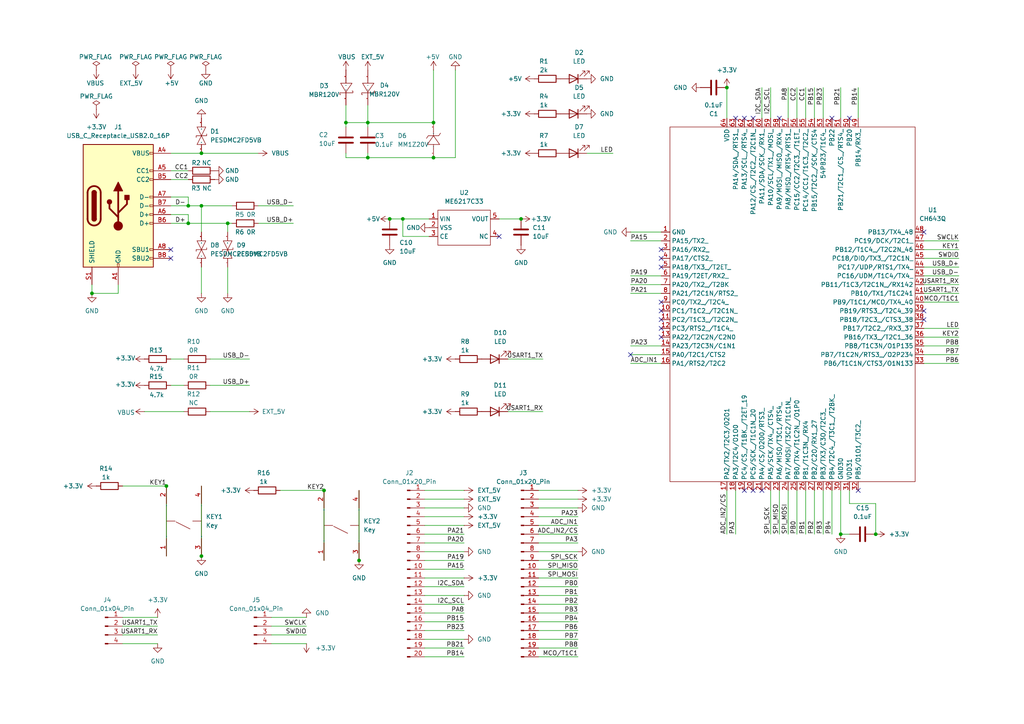
<source format=kicad_sch>
(kicad_sch (version 20250114) (generator "eeschema") (generator_version "9.0")
  (paper "A4")
  (junction (at 104.14 162.56))
  (junction (at 151.13 63.5))
  (junction (at 48.26 140.97))
  (junction (at 116.84 63.5))
  (junction (at 106.68 45.72))
  (junction (at 58.42 44.45))
  (junction (at 54.61 64.77))
  (junction (at 106.68 35.56))
  (junction (at 125.73 35.56))
  (junction (at 243.84 154.94))
  (junction (at 54.61 59.69))
  (junction (at 125.73 45.72))
  (junction (at 26.67 85.09))
  (junction (at 93.98 142.24))
  (junction (at 100.33 35.56))
  (junction (at 58.42 59.69))
  (junction (at 210.82 25.4))
  (junction (at 66.04 64.77))
  (junction (at 58.42 161.29))
  (junction (at 113.03 63.5))
  (junction (at 254 154.94))
  (no_connect (at 226.06 34.29))
  (no_connect (at 267.97 90.17))
  (no_connect (at 246.38 34.29))
  (no_connect (at 49.53 72.39))
  (no_connect (at 144.78 68.58))
  (no_connect (at 220.98 142.24))
  (no_connect (at 191.77 92.71))
  (no_connect (at 248.92 142.24))
  (no_connect (at 215.9 142.24))
  (no_connect (at 218.44 34.29))
  (no_connect (at 191.77 95.25))
  (no_connect (at 267.97 92.71))
  (no_connect (at 191.77 87.63))
  (no_connect (at 215.9 34.29))
  (no_connect (at 267.97 67.31))
  (no_connect (at 191.77 90.17))
  (no_connect (at 218.44 142.24))
  (no_connect (at 191.77 77.47))
  (no_connect (at 241.3 34.29))
  (no_connect (at 49.53 74.93))
  (no_connect (at 191.77 74.93))
  (no_connect (at 213.36 34.29))
  (no_connect (at 191.77 72.39))
  (no_connect (at 182.88 102.87))
  (no_connect (at 191.77 97.79))
  (wire (pts (xy 123.19 180.34) (xy 134.62 180.34)))
  (wire (pts (xy 243.84 154.94) (xy 246.38 154.94)))
  (wire (pts (xy 156.21 149.86) (xy 167.64 149.86)))
  (wire (pts (xy 60.96 104.14) (xy 72.39 104.14)))
  (wire (pts (xy 45.72 181.61) (xy 35.56 181.61)))
  (wire (pts (xy 58.42 77.47) (xy 58.42 85.09)))
  (wire (pts (xy 220.98 25.4) (xy 220.98 34.29)))
  (wire (pts (xy 267.97 100.33) (xy 278.13 100.33)))
  (wire (pts (xy 60.96 111.76) (xy 72.39 111.76)))
  (wire (pts (xy 278.13 87.63) (xy 267.97 87.63)))
  (wire (pts (xy 182.88 85.09) (xy 191.77 85.09)))
  (wire (pts (xy 156.21 182.88) (xy 167.64 182.88)))
  (wire (pts (xy 106.68 45.72) (xy 125.73 45.72)))
  (wire (pts (xy 182.88 105.41) (xy 191.77 105.41)))
  (wire (pts (xy 123.19 152.4) (xy 134.62 152.4)))
  (wire (pts (xy 226.06 142.24) (xy 226.06 154.94)))
  (wire (pts (xy 147.32 119.38) (xy 157.48 119.38)))
  (wire (pts (xy 278.13 85.09) (xy 267.97 85.09)))
  (wire (pts (xy 267.97 77.47) (xy 278.13 77.47)))
  (wire (pts (xy 167.64 147.32) (xy 156.21 147.32)))
  (wire (pts (xy 182.88 80.01) (xy 191.77 80.01)))
  (wire (pts (xy 267.97 80.01) (xy 278.13 80.01)))
  (wire (pts (xy 238.76 142.24) (xy 238.76 154.94)))
  (wire (pts (xy 123.19 154.94) (xy 134.62 154.94)))
  (wire (pts (xy 132.08 20.32) (xy 132.08 45.72)))
  (wire (pts (xy 123.19 187.96) (xy 134.62 187.96)))
  (wire (pts (xy 116.84 68.58) (xy 116.84 63.5)))
  (wire (pts (xy 58.42 59.69) (xy 58.42 67.31)))
  (wire (pts (xy 238.76 25.4) (xy 238.76 34.29)))
  (wire (pts (xy 123.19 165.1) (xy 134.62 165.1)))
  (wire (pts (xy 228.6 25.4) (xy 228.6 34.29)))
  (wire (pts (xy 106.68 35.56) (xy 100.33 35.56)))
  (wire (pts (xy 210.82 25.4) (xy 210.82 34.29)))
  (wire (pts (xy 134.62 147.32) (xy 123.19 147.32)))
  (wire (pts (xy 236.22 142.24) (xy 236.22 154.94)))
  (wire (pts (xy 100.33 35.56) (xy 100.33 36.83)))
  (wire (pts (xy 125.73 20.32) (xy 125.73 35.56)))
  (wire (pts (xy 267.97 97.79) (xy 278.13 97.79)))
  (wire (pts (xy 66.04 64.77) (xy 66.04 67.31)))
  (wire (pts (xy 49.53 59.69) (xy 54.61 59.69)))
  (wire (pts (xy 231.14 142.24) (xy 231.14 154.94)))
  (wire (pts (xy 243.84 25.4) (xy 243.84 34.29)))
  (wire (pts (xy 123.19 144.78) (xy 134.62 144.78)))
  (wire (pts (xy 156.21 165.1) (xy 167.64 165.1)))
  (wire (pts (xy 170.18 44.45) (xy 177.8 44.45)))
  (wire (pts (xy 54.61 62.23) (xy 54.61 64.77)))
  (wire (pts (xy 233.68 142.24) (xy 233.68 154.94)))
  (wire (pts (xy 35.56 179.07) (xy 45.72 179.07)))
  (wire (pts (xy 156.21 175.26) (xy 167.64 175.26)))
  (wire (pts (xy 123.19 170.18) (xy 134.62 170.18)))
  (wire (pts (xy 254 154.94) (xy 254 146.05)))
  (wire (pts (xy 156.21 167.64) (xy 167.64 167.64)))
  (wire (pts (xy 123.19 142.24) (xy 134.62 142.24)))
  (wire (pts (xy 156.21 157.48) (xy 167.64 157.48)))
  (wire (pts (xy 167.64 172.72) (xy 156.21 172.72)))
  (wire (pts (xy 78.74 179.07) (xy 88.9 179.07)))
  (wire (pts (xy 254 146.05) (xy 246.38 146.05)))
  (wire (pts (xy 26.67 85.09) (xy 34.29 85.09)))
  (wire (pts (xy 35.56 140.97) (xy 48.26 140.97)))
  (wire (pts (xy 60.96 119.38) (xy 72.39 119.38)))
  (wire (pts (xy 182.88 67.31) (xy 191.77 67.31)))
  (wire (pts (xy 123.19 157.48) (xy 134.62 157.48)))
  (wire (pts (xy 278.13 82.55) (xy 267.97 82.55)))
  (wire (pts (xy 116.84 68.58) (xy 124.46 68.58)))
  (wire (pts (xy 156.21 144.78) (xy 167.64 144.78)))
  (wire (pts (xy 100.33 44.45) (xy 100.33 45.72)))
  (wire (pts (xy 104.14 142.24) (xy 104.14 162.56)))
  (wire (pts (xy 49.53 52.07) (xy 54.61 52.07)))
  (wire (pts (xy 116.84 63.5) (xy 124.46 63.5)))
  (wire (pts (xy 167.64 160.02) (xy 156.21 160.02)))
  (wire (pts (xy 123.19 190.5) (xy 134.62 190.5)))
  (wire (pts (xy 35.56 186.69) (xy 45.72 186.69)))
  (wire (pts (xy 144.78 63.5) (xy 151.13 63.5)))
  (wire (pts (xy 49.53 49.53) (xy 54.61 49.53)))
  (wire (pts (xy 156.21 154.94) (xy 167.64 154.94)))
  (wire (pts (xy 41.91 119.38) (xy 53.34 119.38)))
  (wire (pts (xy 45.72 184.15) (xy 35.56 184.15)))
  (wire (pts (xy 123.19 167.64) (xy 134.62 167.64)))
  (wire (pts (xy 106.68 30.48) (xy 106.68 35.56)))
  (wire (pts (xy 156.21 185.42) (xy 167.64 185.42)))
  (wire (pts (xy 156.21 170.18) (xy 167.64 170.18)))
  (wire (pts (xy 241.3 142.24) (xy 241.3 154.94)))
  (wire (pts (xy 123.19 175.26) (xy 134.62 175.26)))
  (wire (pts (xy 26.67 85.09) (xy 26.67 82.55)))
  (wire (pts (xy 123.19 162.56) (xy 134.62 162.56)))
  (wire (pts (xy 106.68 35.56) (xy 106.68 36.83)))
  (wire (pts (xy 156.21 177.8) (xy 167.64 177.8)))
  (wire (pts (xy 106.68 35.56) (xy 125.73 35.56)))
  (wire (pts (xy 248.92 25.4) (xy 248.92 34.29)))
  (wire (pts (xy 123.19 177.8) (xy 134.62 177.8)))
  (wire (pts (xy 246.38 146.05) (xy 246.38 142.24)))
  (wire (pts (xy 123.19 182.88) (xy 134.62 182.88)))
  (wire (pts (xy 182.88 102.87) (xy 191.77 102.87)))
  (wire (pts (xy 49.53 64.77) (xy 54.61 64.77)))
  (wire (pts (xy 156.21 152.4) (xy 167.64 152.4)))
  (wire (pts (xy 182.88 82.55) (xy 191.77 82.55)))
  (wire (pts (xy 267.97 105.41) (xy 278.13 105.41)))
  (wire (pts (xy 93.98 142.24) (xy 93.98 162.56)))
  (wire (pts (xy 231.14 25.4) (xy 231.14 34.29)))
  (wire (pts (xy 223.52 25.4) (xy 223.52 34.29)))
  (wire (pts (xy 223.52 142.24) (xy 223.52 154.94)))
  (wire (pts (xy 213.36 142.24) (xy 213.36 154.94)))
  (wire (pts (xy 233.68 25.4) (xy 233.68 34.29)))
  (wire (pts (xy 132.08 45.72) (xy 125.73 45.72)))
  (wire (pts (xy 156.21 190.5) (xy 167.64 190.5)))
  (wire (pts (xy 134.62 185.42) (xy 123.19 185.42)))
  (wire (pts (xy 67.31 64.77) (xy 66.04 64.77)))
  (wire (pts (xy 66.04 77.47) (xy 66.04 85.09)))
  (wire (pts (xy 182.88 100.33) (xy 191.77 100.33)))
  (wire (pts (xy 228.6 142.24) (xy 228.6 154.94)))
  (wire (pts (xy 48.26 140.97) (xy 48.26 161.29)))
  (wire (pts (xy 156.21 162.56) (xy 167.64 162.56)))
  (wire (pts (xy 113.03 63.5) (xy 116.84 63.5)))
  (wire (pts (xy 147.32 104.14) (xy 157.48 104.14)))
  (wire (pts (xy 100.33 45.72) (xy 106.68 45.72)))
  (wire (pts (xy 78.74 186.69) (xy 88.9 186.69)))
  (wire (pts (xy 267.97 69.85) (xy 278.13 69.85)))
  (wire (pts (xy 210.82 142.24) (xy 210.82 154.94)))
  (wire (pts (xy 156.21 187.96) (xy 167.64 187.96)))
  (wire (pts (xy 49.53 57.15) (xy 54.61 57.15)))
  (wire (pts (xy 54.61 57.15) (xy 54.61 59.69)))
  (wire (pts (xy 243.84 142.24) (xy 243.84 154.94)))
  (wire (pts (xy 74.93 59.69) (xy 85.09 59.69)))
  (wire (pts (xy 58.42 59.69) (xy 54.61 59.69)))
  (wire (pts (xy 34.29 85.09) (xy 34.29 82.55)))
  (wire (pts (xy 267.97 74.93) (xy 278.13 74.93)))
  (wire (pts (xy 81.28 142.24) (xy 93.98 142.24)))
  (wire (pts (xy 49.53 111.76) (xy 53.34 111.76)))
  (wire (pts (xy 78.74 181.61) (xy 88.9 181.61)))
  (wire (pts (xy 123.19 149.86) (xy 134.62 149.86)))
  (wire (pts (xy 267.97 95.25) (xy 278.13 95.25)))
  (wire (pts (xy 58.42 44.45) (xy 49.53 44.45)))
  (wire (pts (xy 156.21 142.24) (xy 167.64 142.24)))
  (wire (pts (xy 134.62 172.72) (xy 123.19 172.72)))
  (wire (pts (xy 156.21 180.34) (xy 167.64 180.34)))
  (wire (pts (xy 182.88 69.85) (xy 191.77 69.85)))
  (wire (pts (xy 100.33 30.48) (xy 100.33 35.56)))
  (wire (pts (xy 67.31 59.69) (xy 58.42 59.69)))
  (wire (pts (xy 134.62 160.02) (xy 123.19 160.02)))
  (wire (pts (xy 267.97 102.87) (xy 278.13 102.87)))
  (wire (pts (xy 74.93 64.77) (xy 85.09 64.77)))
  (wire (pts (xy 267.97 72.39) (xy 278.13 72.39)))
  (wire (pts (xy 49.53 104.14) (xy 53.34 104.14)))
  (wire (pts (xy 236.22 25.4) (xy 236.22 34.29)))
  (wire (pts (xy 78.74 184.15) (xy 88.9 184.15)))
  (wire (pts (xy 49.53 62.23) (xy 54.61 62.23)))
  (wire (pts (xy 66.04 64.77) (xy 54.61 64.77)))
  (wire (pts (xy 74.93 44.45) (xy 58.42 44.45)))
  (wire (pts (xy 106.68 44.45) (xy 106.68 45.72)))
  (wire (pts (xy 58.42 140.97) (xy 58.42 161.29)))
  (label "USB_D+" (at 72.39 111.76 180))
  (label "PB14" (at 248.92 25.4 270))
  (label "USART1_TX" (at 157.48 104.14 180))
  (label "PB23" (at 134.62 182.88 180))
  (label "PB14" (at 134.62 190.5 180))
  (label "PA21" (at 182.88 85.09 0))
  (label "CC1" (at 54.61 49.53 180))
  (label "USART1_RX" (at 45.72 184.15 180))
  (label "SPI_MOSI" (at 228.6 154.94 90))
  (label "PA23" (at 182.88 100.33 0))
  (label "KEY1" (at 48.26 140.97 180))
  (label "MCO{slash}T1C1" (at 278.13 87.63 180))
  (label "KEY2" (at 278.13 97.79 180))
  (label "I2C_SDA" (at 134.62 170.18 180))
  (label "PA19" (at 134.62 162.56 180))
  (label "CC2" (at 54.61 52.07 180))
  (label "PA21" (at 134.62 154.94 180))
  (label "D+" (at 50.8 64.77 0))
  (label "USB_D-" (at 85.09 59.69 180))
  (label "PB3" (at 238.76 154.94 90))
  (label "PB8" (at 278.13 100.33 180))
  (label "ADC_IN2{slash}CS" (at 167.64 154.94 180))
  (label "PB21" (at 243.84 25.4 270))
  (label "PA3" (at 213.36 154.94 90))
  (label "PB8" (at 167.64 187.96 180))
  (label "SWCLK" (at 88.9 181.61 180))
  (label "PB4" (at 167.64 180.34 180))
  (label "SPI_SCK" (at 223.52 154.94 90))
  (label "KEY1" (at 278.13 72.39 180))
  (label "PA20" (at 182.88 82.55 0))
  (label "USART1_RX" (at 157.48 119.38 180))
  (label "SWDIO" (at 278.13 74.93 180))
  (label "PB1" (at 167.64 172.72 180))
  (label "PB21" (at 134.62 187.96 180))
  (label "PB0" (at 231.14 154.94 90))
  (label "USB_D+" (at 278.13 77.47 180))
  (label "SPI_MOSI" (at 167.64 167.64 180))
  (label "SPI_MISO" (at 167.64 165.1 180))
  (label "PA15" (at 134.62 165.1 180))
  (label "SPI_MISO" (at 226.06 154.94 90))
  (label "USB_D-" (at 72.39 104.14 180))
  (label "PA15" (at 182.88 69.85 0))
  (label "PA19" (at 182.88 80.01 0))
  (label "SPI_SCK" (at 167.64 162.56 180))
  (label "PB4" (at 241.3 154.94 90))
  (label "ADC_IN2{slash}CS" (at 210.82 154.94 90))
  (label "PB2" (at 167.64 175.26 180))
  (label "USART1_TX" (at 45.72 181.61 180))
  (label "PB3" (at 167.64 177.8 180))
  (label "PB15" (at 236.22 25.4 270))
  (label "ADC_IN1" (at 167.64 152.4 180))
  (label "KEY2" (at 93.98 142.24 180))
  (label "PB7" (at 278.13 102.87 180))
  (label "LED" (at 278.13 95.25 180))
  (label "PA23" (at 167.64 149.86 180))
  (label "LED" (at 177.8 44.45 180))
  (label "PB2" (at 236.22 154.94 90))
  (label "CC2" (at 231.14 25.4 270))
  (label "PB0" (at 167.64 170.18 180))
  (label "PB6" (at 278.13 105.41 180))
  (label "USART1_TX" (at 278.13 85.09 180))
  (label "PB7" (at 167.64 185.42 180))
  (label "USB_D-" (at 278.13 80.01 180))
  (label "SWCLK" (at 278.13 69.85 180))
  (label "PB6" (at 167.64 182.88 180))
  (label "SWDIO" (at 88.9 184.15 180))
  (label "D-" (at 50.8 59.69 0))
  (label "PB23" (at 238.76 25.4 270))
  (label "PA20" (at 134.62 157.48 180))
  (label "PA8" (at 228.6 25.4 270))
  (label "I2C_SCL" (at 134.62 175.26 180))
  (label "PA8" (at 134.62 177.8 180))
  (label "I2C_SCL" (at 223.52 25.4 270))
  (label "CC1" (at 233.68 25.4 270))
  (label "PA3" (at 167.64 157.48 180))
  (label "PB1" (at 233.68 154.94 90))
  (label "USART1_RX" (at 278.13 82.55 180))
  (label "I2C_SDA" (at 220.98 25.4 270))
  (label "MCO{slash}T1C1" (at 167.64 190.5 180))
  (label "ADC_IN1" (at 182.88 105.41 0))
  (label "USB_D+" (at 85.09 64.77 180))
  (label "PB15" (at 134.62 180.34 180))
  (symbol (lib_id "power:+3.3V") (at 73.66 142.24 90) (unit 1)
    (property "Reference" "#PWR044" (effects (hide yes)))
    (property "Value" "+3.3V" (at 69.85 142.2399 90) (effects (justify left)))
    (property "Description" "Power symbol creates a global label with name \"+3.3V\"" (effects (hide yes)))
  )
  (symbol (lib_id "power:GND") (at 132.08 20.32 180) (unit 1)
    (property "Reference" "#PWR07" (effects (hide yes)))
    (property "Value" "GND" (at 132.08 16.51 0))
    (property "Description" "Power symbol creates a global label with name \"GND\" , ground" (effects (hide yes)))
  )
  (symbol (lib_id "power:+3.3V") (at 45.72 179.07 0) (unit 1)
    (property "Reference" "#PWR050" (effects (hide yes)))
    (property "Value" "+3.3V" (at 45.72 173.99 0))
    (property "Description" "Power symbol creates a global label with name \"+3.3V\"" (effects (hide yes)))
  )
  (symbol (lib_id "power:GND") (at 66.04 85.09 0) (unit 1)
    (property "Reference" "#PWR019" (effects (hide yes)))
    (property "Value" "GND" (at 66.04 90.17 0))
    (property "Description" "Power symbol creates a global label with name \"GND\" , ground" (effects (hide yes)))
  )
  (symbol (lib_id "power:+3.3V") (at 132.08 104.14 90) (unit 1)
    (property "Reference" "#PWR020" (effects (hide yes)))
    (property "Value" "+3.3V" (at 128.27 104.1399 90) (effects (justify left)))
    (property "Description" "Power symbol creates a global label with name \"+3.3V\"" (effects (hide yes)))
  )
  (symbol (lib_id "power:+5V") (at 134.62 142.24 270) (unit 1)
    (property "Reference" "#PWR032" (effects (hide yes)))
    (property "Value" "EXT_5V" (at 138.43 142.24 90) (effects (justify left)))
    (property "Description" "Power symbol creates a global label with name \"+5V\"" (effects (hide yes)))
  )
  (symbol (lib_id "power:VBUS") (at 41.91 119.38 90) (unit 1)
    (property "Reference" "#PWR039" (effects (hide yes)))
    (property "Value" "VBUS" (at 36.576 119.634 90))
    (property "Description" "Power symbol creates a global label with name \"VBUS\"" (effects (hide yes)))
  )
  (symbol (lib_id "Connector:Conn_01x04_Pin") (at 30.48 181.61 0) (unit 1)
    (property "Reference" "J4" (at 31.115 173.99 0))
    (property "Value" "Conn_01x04_Pin" (at 31.115 176.53 0))
    (property "Footprint" "Connector_Harwin:Harwin_M20-89004xx_1x04_P2.54mm_Horizontal" (effects (hide yes)))
    (property "Description" "Generic connector, single row, 01x04, script generated" (effects (hide yes)))
  )
  (symbol (lib_id "EasyEDA_Lib:TSA016A2526A") (at 53.34 151.13 90) (unit 1)
    (property "Reference" "KEY1" (at 59.69 149.8599 90) (effects (justify right)))
    (property "Value" "Key" (at 59.69 152.3999 90) (effects (justify right)))
    (property "Footprint" "EasyEDA_Lib:SW-SMD_4P-L4.2-W3.3-P2.15-LS4.6" (effects (hide yes)))
    (property "Datasheet" "https://item.szlcsc.com/datasheet/TSA016A2526A/3108831.html" (effects (hide yes)))
    (property "Description" "Actuator Style:Oval Button Operating Force:2.6N Mounting Type:Surface Mount,Vertical Length:4.2mm Width:3.35mm Switch Height:2.5mm Contact Current:50mA Voltage Rating:12V Actuator/Cap Color:White Life:-" (effects (hide yes)))
    (property "Manufacturer Part" "TSA016A2526A" (effects (hide yes)))
    (property "Manufacturer" "BZCN(博众电气)" (effects (hide yes)))
    (property "Supplier Part" "C2888428" (effects (hide yes)))
    (property "Supplier" "LCSC" (effects (hide yes)))
    (property "LCSC Part Name" "3.2*4.2*2.5H-J 260gf 白钮翘脚" (effects (hide yes)))
  )
  (symbol (lib_id "EasyEDA_Lib:PESDMC2FD5VB") (at 58.42 72.39 90) (unit 1)
    (property "Reference" "D8" (at 60.96 71.1199 90) (effects (justify right)))
    (property "Value" "PESDMC2FD5VB" (at 60.96 73.6599 90) (effects (justify right)))
    (property "Footprint" "EasyEDA_Lib:DFN1006-2L-BI" (effects (hide yes)))
    (property "Datasheet" "https://item.szlcsc.com/datasheet/PESDMC2FD5VB/295162.html" (effects (hide yes)))
    (property "Description" "Polarity:Bidirectional Reverse Stand-Off Voltage (Vrwm):5V Clamping Voltage:11V Peak Pulse Current (Ipp):4.2A Peak Pulse Power Dissipation (Ppp):40W@8/20us Reverse Leakage Current (Ir):1uA level of protection:IEC 61000-4-4；IEC 61000-4-2 Type:ESD Junction" (effects (hide yes)))
    (property "Manufacturer Part" "PESDMC2FD5VB" (effects (hide yes)))
    (property "Manufacturer" "Prisemi(芯导)" (effects (hide yes)))
    (property "Supplier Part" "C312241" (effects (hide yes)))
    (property "Supplier" "LCSC" (effects (hide yes)))
    (property "LCSC Part Name" "双向ESD" (effects (hide yes)))
  )
  (symbol (lib_id "Device:R") (at 135.89 119.38 270) (unit 1)
    (property "Reference" "R9" (at 134.874 114.3 90))
    (property "Value" "1k" (at 134.874 116.84 90))
    (property "Footprint" "Resistor_SMD:R_0402_1005Metric" (effects (hide yes)))
    (property "Description" "Resistor" (effects (hide yes)))
  )
  (symbol (lib_id "Device:R") (at 58.42 49.53 90) (unit 1)
    (property "Reference" "R2" (at 56.896 47.244 90))
    (property "Value" "NC" (at 59.944 47.244 90))
    (property "Footprint" "Resistor_SMD:R_0402_1005Metric" (effects (hide yes)))
    (property "Description" "Resistor" (effects (hide yes)))
  )
  (symbol (lib_id "power:+3.3V") (at 154.94 44.45 90) (unit 1)
    (property "Reference" "#PWR015" (effects (hide yes)))
    (property "Value" "+3.3V" (at 151.13 44.4499 90) (effects (justify left)))
    (property "Description" "Power symbol creates a global label with name \"+3.3V\"" (effects (hide yes)))
  )
  (symbol (lib_id "power:+5V") (at 49.53 20.32 180) (unit 1)
    (property "Reference" "#PWR057" (effects (hide yes)))
    (property "Value" "+5V" (at 49.784 24.13 0))
    (property "Description" "Power symbol creates a global label with name \"+5V\"" (effects (hide yes)))
  )
  (symbol (lib_id "power:VBUS") (at 100.33 20.32 0) (unit 1)
    (property "Reference" "#PWR04" (effects (hide yes)))
    (property "Value" "VBUS" (at 98.044 16.51 0) (effects (justify left)))
    (property "Description" "Power symbol creates a global label with name \"VBUS\"" (effects (hide yes)))
  )
  (symbol (lib_id "power:GND") (at 45.72 186.69 0) (unit 1)
    (property "Reference" "#PWR053" (effects (hide yes)))
    (property "Value" "GND" (at 45.72 191.77 0))
    (property "Description" "Power symbol creates a global label with name \"GND\" , ground" (effects (hide yes)))
  )
  (symbol (lib_id "power:+3.3V") (at 254 154.94 270) (unit 1)
    (property "Reference" "#PWR042" (effects (hide yes)))
    (property "Value" "+3.3V" (at 257.81 154.9399 90) (effects (justify left)))
    (property "Description" "Power symbol creates a global label with name \"+3.3V\"" (effects (hide yes)))
  )
  (symbol (lib_id "power:+3.3V") (at 27.94 31.75 180) (unit 1)
    (property "Reference" "#PWR029" (effects (hide yes)))
    (property "Value" "+3.3V" (at 27.94 36.83 0))
    (property "Description" "Power symbol creates a global label with name \"+3.3V\"" (effects (hide yes)))
  )
  (symbol (lib_id "power:+3.3V") (at 27.94 140.97 90) (unit 1)
    (property "Reference" "#PWR031" (effects (hide yes)))
    (property "Value" "+3.3V" (at 24.13 140.9699 90) (effects (justify left)))
    (property "Description" "Power symbol creates a global label with name \"+3.3V\"" (effects (hide yes)))
  )
  (symbol (lib_id "power:+3.3V") (at 88.9 186.69 180) (unit 1)
    (property "Reference" "#PWR051" (effects (hide yes)))
    (property "Value" "+3.3V" (at 91.44 187.9599 0) (effects (justify right)))
    (property "Description" "Power symbol creates a global label with name \"+3.3V\"" (effects (hide yes)))
  )
  (symbol (lib_id "power:GND") (at 62.23 52.07 90) (unit 1)
    (property "Reference" "#PWR012" (effects (hide yes)))
    (property "Value" "GND" (at 67.31 52.07 90))
    (property "Description" "Power symbol creates a global label with name \"GND\" , ground" (effects (hide yes)))
  )
  (symbol (lib_id "power:+5V") (at 134.62 152.4 270) (unit 1)
    (property "Reference" "#PWR043" (effects (hide yes)))
    (property "Value" "EXT_5V" (at 138.43 152.4 90) (effects (justify left)))
    (property "Description" "Power symbol creates a global label with name \"+5V\"" (effects (hide yes)))
  )
  (symbol (lib_id "power:+3.3V") (at 132.08 119.38 90) (unit 1)
    (property "Reference" "#PWR021" (effects (hide yes)))
    (property "Value" "+3.3V" (at 128.27 119.3799 90) (effects (justify left)))
    (property "Description" "Power symbol creates a global label with name \"+3.3V\"" (effects (hide yes)))
  )
  (symbol (lib_id "power:GND") (at 167.64 160.02 90) (unit 1)
    (property "Reference" "#PWR046" (effects (hide yes)))
    (property "Value" "GND" (at 171.45 160.0199 90) (effects (justify right)))
    (property "Description" "Power symbol creates a global label with name \"GND\" , ground" (effects (hide yes)))
  )
  (symbol (lib_id "power:GND") (at 113.03 71.12 0) (unit 1)
    (property "Reference" "#PWR026" (effects (hide yes)))
    (property "Value" "GND" (at 113.03 76.2 0))
    (property "Description" "Power symbol creates a global label with name \"GND\" , ground" (effects (hide yes)))
  )
  (symbol (lib_id "EasyEDA_Lib:MBR120VLSFT1G") (at 100.33 25.4 90) (unit 1)
    (property "Reference" "D3" (at 93.98 24.892 90))
    (property "Value" "MBR120V" (at 93.98 27.432 90))
    (property "Footprint" "EasyEDA_Lib:SOD-123F_L2.8-W1.8-LS3.7-RD" (effects (hide yes)))
    (property "Datasheet" "https://item.szlcsc.com/datasheet/MBR120VLSFT1G/223798.html" (effects (hide yes)))
    (property "Description" "Voltage - Forward(Vf@If):300mV@1A Voltage - DC Reverse(Vr):20V Current - Rectified:1A Reverse Leakage Current (Ir):600uA@20V Operating Junction Temperature Range:-65°C~+125°C Operating Junction Temperature Range:-65°C~+125°C Non-Repetitive Peak Forward Surge" (effects (hide yes)))
    (property "Manufacturer Part" "MBR120VLSFT1G" (effects (hide yes)))
    (property "Manufacturer" "onsemi(安森美)" (effects (hide yes)))
    (property "Supplier Part" "C223608" (effects (hide yes)))
    (property "Supplier" "LCSC" (effects (hide yes)))
    (property "LCSC Part Name" "电压:20V 电流:1A" (effects (hide yes)))
  )
  (symbol (lib_id "power:+3.3V") (at 41.91 104.14 90) (unit 1)
    (property "Reference" "#PWR030" (effects (hide yes)))
    (property "Value" "+3.3V" (at 36.322 103.886 90))
    (property "Description" "Power symbol creates a global label with name \"+3.3V\"" (effects (hide yes)))
  )
  (symbol (lib_id "power:GND") (at 26.67 85.09 0) (unit 1)
    (property "Reference" "#PWR017" (effects (hide yes)))
    (property "Value" "GND" (at 26.67 90.17 0))
    (property "Description" "Power symbol creates a global label with name \"GND\" , ground" (effects (hide yes)))
  )
  (symbol (lib_id "power:GND") (at 170.18 22.86 90) (unit 1)
    (property "Reference" "#PWR010" (effects (hide yes)))
    (property "Value" "GND" (at 173.99 22.8599 90) (effects (justify right)))
    (property "Description" "Power symbol creates a global label with name \"GND\" , ground" (effects (hide yes)))
  )
  (symbol (lib_id "Device:R") (at 57.15 104.14 270) (unit 1)
    (property "Reference" "R10" (at 56.134 99.06 90))
    (property "Value" "0R" (at 56.134 101.6 90))
    (property "Footprint" "Resistor_SMD:R_0402_1005Metric" (effects (hide yes)))
    (property "Description" "Resistor" (effects (hide yes)))
  )
  (symbol (lib_id "Device:R") (at 57.15 119.38 270) (unit 1)
    (property "Reference" "R12" (at 56.134 114.3 90))
    (property "Value" "NC" (at 56.134 116.84 90))
    (property "Footprint" "Resistor_SMD:R_0402_1005Metric" (effects (hide yes)))
    (property "Description" "Resistor" (effects (hide yes)))
  )
  (symbol (lib_id "power:PWR_FLAG") (at 59.69 20.32 0) (unit 1)
    (property "Reference" "#FLG04" (effects (hide yes)))
    (property "Value" "PWR_FLAG" (at 59.69 16.51 0))
    (property "Description" "Special symbol for telling ERC where power comes from" (effects (hide yes)))
  )
  (symbol (lib_id "power:VBUS") (at 27.94 20.32 180) (unit 1)
    (property "Reference" "#PWR055" (effects (hide yes)))
    (property "Value" "VBUS" (at 30.226 24.13 0) (effects (justify left)))
    (property "Description" "Power symbol creates a global label with name \"VBUS\"" (effects (hide yes)))
  )
  (symbol (lib_id "Device:R") (at 158.75 33.02 270) (unit 1)
    (property "Reference" "R4" (at 157.734 27.94 90))
    (property "Value" "1k" (at 157.734 30.48 90))
    (property "Footprint" "Resistor_SMD:R_0402_1005Metric" (effects (hide yes)))
    (property "Description" "Resistor" (effects (hide yes)))
  )
  (symbol (lib_id "power:PWR_FLAG") (at 39.37 20.32 0) (unit 1)
    (property "Reference" "#FLG01" (effects (hide yes)))
    (property "Value" "PWR_FLAG" (at 39.37 16.51 0))
    (property "Description" "Special symbol for telling ERC where power comes from" (effects (hide yes)))
  )
  (symbol (lib_id "power:+3.3V") (at 134.62 149.86 270) (unit 1)
    (property "Reference" "#PWR038" (effects (hide yes)))
    (property "Value" "+3.3V" (at 138.43 149.8599 90) (effects (justify left)))
    (property "Description" "Power symbol creates a global label with name \"+3.3V\"" (effects (hide yes)))
  )
  (symbol (lib_id "power:GND") (at 243.84 154.94 0) (unit 1)
    (property "Reference" "#PWR041" (effects (hide yes)))
    (property "Value" "GND" (at 243.84 160.02 0))
    (property "Description" "Power symbol creates a global label with name \"GND\" , ground" (effects (hide yes)))
  )
  (symbol (lib_id "EasyEDA_Lib:ME6217C33M5G") (at 134.62 66.04 0) (unit 1)
    (property "Reference" "U2" (at 134.62 55.88 0))
    (property "Value" "ME6217C33" (at 134.62 58.42 0))
    (property "Footprint" "EasyEDA_Lib:SOT-23-5_L3.0-W1.7-P0.95-LS2.8-BR" (effects (hide yes)))
    (property "Datasheet" "https://item.szlcsc.com/datasheet/ME6217C33M5G/421842.html" (effects (hide yes)))
    (property "Description" "Output Type:Fixed Voltage - Supply:6.5V Output Voltage:3.3V Output Voltage:3.3V Output Current:800mA Power Supply Rejection Ratio (PSRR):65dB@(1kHz) Voltage Dropout:180mV@(300mA) standby current:100uA Features:Over Temperature Protection；Enable Operating" (effects (hide yes)))
    (property "Manufacturer Part" "ME6217C33M5G" (effects (hide yes)))
    (property "Manufacturer" "MICRONE(南京微盟)" (effects (hide yes)))
    (property "Supplier Part" "C427602" (effects (hide yes)))
    (property "Supplier" "LCSC" (effects (hide yes)))
    (property "LCSC Part Name" "输入7V 输出3.3V 800mA" (effects (hide yes)))
  )
  (symbol (lib_id "Device:C") (at 100.33 40.64 0) (unit 1)
    (property "Reference" "C2" (at 92.456 39.116 0) (effects (justify left)))
    (property "Value" "10uF" (at 92.456 41.656 0) (effects (justify left)))
    (property "Footprint" "Capacitor_SMD:C_0603_1608Metric" (effects (hide yes)))
    (property "Description" "Unpolarized capacitor" (effects (hide yes)))
  )
  (symbol (lib_id "power:+3.3V") (at 210.82 25.4 0) (unit 1)
    (property "Reference" "#PWR03" (effects (hide yes)))
    (property "Value" "+3.3V" (at 210.82 20.32 0))
    (property "Description" "Power symbol creates a global label with name \"+3.3V\"" (effects (hide yes)))
  )
  (symbol (lib_id "Device:R") (at 45.72 104.14 270) (unit 1)
    (property "Reference" "R13" (at 45.212 101.6 90))
    (property "Value" "4.7k" (at 45.466 106.934 90))
    (property "Footprint" "Resistor_SMD:R_0402_1005Metric" (effects (hide yes)))
    (property "Description" "Resistor" (effects (hide yes)))
  )
  (symbol (lib_id "power:+5V") (at 72.39 119.38 270) (unit 1)
    (property "Reference" "#PWR040" (effects (hide yes)))
    (property "Value" "EXT_5V" (at 75.946 119.38 90) (effects (justify left)))
    (property "Description" "Power symbol creates a global label with name \"+5V\"" (effects (hide yes)))
  )
  (symbol (lib_id "Device:C") (at 106.68 40.64 0) (unit 1)
    (property "Reference" "C3" (at 108.712 39.37 0) (effects (justify left)))
    (property "Value" "0.1uF" (at 108.712 41.91 0) (effects (justify left)))
    (property "Footprint" "Capacitor_SMD:C_0603_1608Metric" (effects (hide yes)))
    (property "Description" "Unpolarized capacitor" (effects (hide yes)))
  )
  (symbol (lib_id "EasyEDA_Lib:TSA016A2526A") (at 99.06 152.4 90) (unit 1)
    (property "Reference" "KEY2" (at 105.41 151.1299 90) (effects (justify right)))
    (property "Value" "Key" (at 105.41 153.6699 90) (effects (justify right)))
    (property "Footprint" "EasyEDA_Lib:SW-SMD_4P-L4.2-W3.3-P2.15-LS4.6" (effects (hide yes)))
    (property "Datasheet" "https://item.szlcsc.com/datasheet/TSA016A2526A/3108831.html" (effects (hide yes)))
    (property "Description" "Actuator Style:Oval Button Operating Force:2.6N Mounting Type:Surface Mount,Vertical Length:4.2mm Width:3.35mm Switch Height:2.5mm Contact Current:50mA Voltage Rating:12V Actuator/Cap Color:White Life:-" (effects (hide yes)))
    (property "Manufacturer Part" "TSA016A2526A" (effects (hide yes)))
    (property "Manufacturer" "BZCN(博众电气)" (effects (hide yes)))
    (property "Supplier Part" "C2888428" (effects (hide yes)))
    (property "Supplier" "LCSC" (effects (hide yes)))
    (property "LCSC Part Name" "3.2*4.2*2.5H-J 260gf 白钮翘脚" (effects (hide yes)))
  )
  (symbol (lib_id "Device:R") (at 135.89 104.14 270) (unit 1)
    (property "Reference" "R8" (at 134.874 99.06 90))
    (property "Value" "1k" (at 134.874 101.6 90))
    (property "Footprint" "Resistor_SMD:R_0402_1005Metric" (effects (hide yes)))
    (property "Description" "Resistor" (effects (hide yes)))
  )
  (symbol (lib_id "power:+3.3V") (at 134.62 167.64 270) (unit 1)
    (property "Reference" "#PWR047" (effects (hide yes)))
    (property "Value" "+3.3V" (at 138.43 167.6399 90) (effects (justify left)))
    (property "Description" "Power symbol creates a global label with name \"+3.3V\"" (effects (hide yes)))
  )
  (symbol (lib_id "EasyEDA_Lib:MBR120VLSFT1G") (at 106.68 25.4 90) (unit 1)
    (property "Reference" "D4" (at 111.506 24.765 90))
    (property "Value" "MBR120V" (at 111.506 27.305 90))
    (property "Footprint" "EasyEDA_Lib:SOD-123F_L2.8-W1.8-LS3.7-RD" (effects (hide yes)))
    (property "Datasheet" "https://item.szlcsc.com/datasheet/MBR120VLSFT1G/223798.html" (effects (hide yes)))
    (property "Description" "Voltage - Forward(Vf@If):300mV@1A Voltage - DC Reverse(Vr):20V Current - Rectified:1A Reverse Leakage Current (Ir):600uA@20V Operating Junction Temperature Range:-65°C~+125°C Operating Junction Temperature Range:-65°C~+125°C Non-Repetitive Peak Forward Surge" (effects (hide yes)))
    (property "Manufacturer Part" "MBR120VLSFT1G" (effects (hide yes)))
    (property "Manufacturer" "onsemi(安森美)" (effects (hide yes)))
    (property "Supplier Part" "C223608" (effects (hide yes)))
    (property "Supplier" "LCSC" (effects (hide yes)))
    (property "LCSC Part Name" "电压:20V 电流:1A" (effects (hide yes)))
  )
  (symbol (lib_id "Device:R") (at 77.47 142.24 270) (unit 1)
    (property "Reference" "R16" (at 76.454 137.16 90))
    (property "Value" "1k" (at 76.454 139.7 90))
    (property "Footprint" "Resistor_SMD:R_0402_1005Metric" (effects (hide yes)))
    (property "Description" "Resistor" (effects (hide yes)))
  )
  (symbol (lib_id "power:GND") (at 134.62 185.42 90) (unit 1)
    (property "Reference" "#PWR052" (effects (hide yes)))
    (property "Value" "GND" (at 138.43 185.4199 90) (effects (justify right)))
    (property "Description" "Power symbol creates a global label with name \"GND\" , ground" (effects (hide yes)))
  )
  (symbol (lib_id "power:+5V") (at 125.73 20.32 0) (unit 1)
    (property "Reference" "#PWR06" (effects (hide yes)))
    (property "Value" "+5V" (at 125.476 16.51 0))
    (property "Description" "Power symbol creates a global label with name \"+5V\"" (effects (hide yes)))
  )
  (symbol (lib_id "Connector:Conn_01x04_Pin") (at 73.66 181.61 0) (unit 1)
    (property "Reference" "J5" (at 74.295 173.99 0))
    (property "Value" "Conn_01x04_Pin" (at 74.295 176.53 0))
    (property "Footprint" "Connector_Harwin:Harwin_M20-89004xx_1x04_P2.54mm_Horizontal" (effects (hide yes)))
    (property "Description" "Generic connector, single row, 01x04, script generated" (effects (hide yes)))
  )
  (symbol (lib_id "Device:R") (at 45.72 111.76 270) (unit 1)
    (property "Reference" "R15" (at 45.212 109.22 90))
    (property "Value" "4.7k" (at 45.466 114.554 90))
    (property "Footprint" "Resistor_SMD:R_0402_1005Metric" (effects (hide yes)))
    (property "Description" "Resistor" (effects (hide yes)))
  )
  (symbol (lib_id "EasyEDA_Lib:PESDMC2FD5VB") (at 66.04 72.39 90) (unit 1)
    (property "Reference" "D9" (at 68.58 71.1199 90) (effects (justify right)))
    (property "Value" "PESDMC2FD5VB" (at 68.58 73.6599 90) (effects (justify right)))
    (property "Footprint" "EasyEDA_Lib:DFN1006-2L-BI" (effects (hide yes)))
    (property "Datasheet" "https://item.szlcsc.com/datasheet/PESDMC2FD5VB/295162.html" (effects (hide yes)))
    (property "Description" "Polarity:Bidirectional Reverse Stand-Off Voltage (Vrwm):5V Clamping Voltage:11V Peak Pulse Current (Ipp):4.2A Peak Pulse Power Dissipation (Ppp):40W@8/20us Reverse Leakage Current (Ir):1uA level of protection:IEC 61000-4-4；IEC 61000-4-2 Type:ESD Junction" (effects (hide yes)))
    (property "Manufacturer Part" "PESDMC2FD5VB" (effects (hide yes)))
    (property "Manufacturer" "Prisemi(芯导)" (effects (hide yes)))
    (property "Supplier Part" "C312241" (effects (hide yes)))
    (property "Supplier" "LCSC" (effects (hide yes)))
    (property "LCSC Part Name" "双向ESD" (effects (hide yes)))
  )
  (symbol (lib_id "Device:R") (at 71.12 59.69 270) (unit 1)
    (property "Reference" "R5" (at 70.866 62.23 90) (effects (justify right)))
    (property "Value" "0R" (at 74.168 62.23 90) (effects (justify right)))
    (property "Footprint" "Resistor_SMD:R_0402_1005Metric" (effects (hide yes)))
    (property "Description" "Resistor" (effects (hide yes)))
  )
  (symbol (lib_id "Device:LED") (at 143.51 104.14 180) (unit 1)
    (property "Reference" "D10" (at 145.0975 96.52 0))
    (property "Value" "LED" (at 145.0975 99.06 0))
    (property "Footprint" "LED_SMD:LED_0402_1005Metric" (effects (hide yes)))
    (property "Description" "Light emitting diode" (effects (hide yes)))
    (property "Sim.Pins" "1=K 2=A" (effects (hide yes)))
  )
  (symbol (lib_id "power:VBUS") (at 74.93 44.45 270) (unit 1)
    (property "Reference" "#PWR08" (effects (hide yes)))
    (property "Value" "VBUS" (at 78.74 44.4499 90) (effects (justify left)))
    (property "Description" "Power symbol creates a global label with name \"VBUS\"" (effects (hide yes)))
  )
  (symbol (lib_id "power:GND") (at 134.62 160.02 90) (unit 1)
    (property "Reference" "#PWR045" (effects (hide yes)))
    (property "Value" "GND" (at 138.43 160.0199 90) (effects (justify right)))
    (property "Description" "Power symbol creates a global label with name \"GND\" , ground" (effects (hide yes)))
  )
  (symbol (lib_id "power:+5V") (at 134.62 144.78 270) (unit 1)
    (property "Reference" "#PWR034" (effects (hide yes)))
    (property "Value" "EXT_5V" (at 138.43 144.78 90) (effects (justify left)))
    (property "Description" "Power symbol creates a global label with name \"+5V\"" (effects (hide yes)))
  )
  (symbol (lib_id "power:GND") (at 88.9 179.07 180) (unit 1)
    (property "Reference" "#PWR054" (effects (hide yes)))
    (property "Value" "GND" (at 91.44 177.7999 0) (effects (justify right)))
    (property "Description" "Power symbol creates a global label with name \"GND\" , ground" (effects (hide yes)))
  )
  (symbol (lib_id "Device:R") (at 31.75 140.97 270) (unit 1)
    (property "Reference" "R14" (at 30.734 135.89 90))
    (property "Value" "1k" (at 30.734 138.43 90))
    (property "Footprint" "Resistor_SMD:R_0402_1005Metric" (effects (hide yes)))
    (property "Description" "Resistor" (effects (hide yes)))
  )
  (symbol (lib_id "Device:C") (at 207.01 25.4 270) (unit 1)
    (property "Reference" "C1" (at 207.01 33.02 90))
    (property "Value" "0.1uF" (at 207.01 30.48 90))
    (property "Footprint" "Capacitor_SMD:C_0402_1005Metric" (effects (hide yes)))
    (property "Description" "Unpolarized capacitor" (effects (hide yes)))
  )
  (symbol (lib_id "power:+3.3V") (at 41.91 111.76 90) (unit 1)
    (property "Reference" "#PWR033" (effects (hide yes)))
    (property "Value" "+3.3V" (at 36.322 111.506 90))
    (property "Description" "Power symbol creates a global label with name \"+3.3V\"" (effects (hide yes)))
  )
  (symbol (lib_id "power:GND") (at 151.13 71.12 0) (unit 1)
    (property "Reference" "#PWR027" (effects (hide yes)))
    (property "Value" "GND" (at 151.13 76.2 0))
    (property "Description" "Power symbol creates a global label with name \"GND\" , ground" (effects (hide yes)))
  )
  (symbol (lib_id "power:PWR_FLAG") (at 27.94 20.32 0) (unit 1)
    (property "Reference" "#FLG05" (effects (hide yes)))
    (property "Value" "PWR_FLAG" (at 27.686 16.51 0))
    (property "Description" "Special symbol for telling ERC where power comes from" (effects (hide yes)))
  )
  (symbol (lib_id "Device:LED") (at 166.37 44.45 180) (unit 1)
    (property "Reference" "D7" (at 167.9575 36.83 0))
    (property "Value" "LED" (at 167.9575 39.37 0))
    (property "Footprint" "LED_SMD:LED_0402_1005Metric" (effects (hide yes)))
    (property "Description" "Light emitting diode" (effects (hide yes)))
    (property "Sim.Pins" "1=K 2=A" (effects (hide yes)))
  )
  (symbol (lib_id "power:GND") (at 58.42 85.09 0) (unit 1)
    (property "Reference" "#PWR018" (effects (hide yes)))
    (property "Value" "GND" (at 58.42 90.17 0))
    (property "Description" "Power symbol creates a global label with name \"GND\" , ground" (effects (hide yes)))
  )
  (symbol (lib_id "power:GND") (at 58.42 161.29 0) (unit 1)
    (property "Reference" "#PWR037" (effects (hide yes)))
    (property "Value" "GND" (at 58.42 166.37 0))
    (property "Description" "Power symbol creates a global label with name \"GND\" , ground" (effects (hide yes)))
  )
  (symbol (lib_id "power:GND") (at 170.18 33.02 90) (unit 1)
    (property "Reference" "#PWR014" (effects (hide yes)))
    (property "Value" "GND" (at 173.99 33.0199 90) (effects (justify right)))
    (property "Description" "Power symbol creates a global label with name \"GND\" , ground" (effects (hide yes)))
  )
  (symbol (lib_id "power:PWR_FLAG") (at 49.53 20.32 0) (unit 1)
    (property "Reference" "#FLG02" (effects (hide yes)))
    (property "Value" "PWR_FLAG" (at 49.53 16.51 0))
    (property "Description" "Special symbol for telling ERC where power comes from" (effects (hide yes)))
  )
  (symbol (lib_id "power:GND") (at 134.62 147.32 90) (unit 1)
    (property "Reference" "#PWR035" (effects (hide yes)))
    (property "Value" "GND" (at 138.43 147.3199 90) (effects (justify right)))
    (property "Description" "Power symbol creates a global label with name \"GND\" , ground" (effects (hide yes)))
  )
  (symbol (lib_id "Device:R") (at 71.12 64.77 270) (unit 1)
    (property "Reference" "R6" (at 70.866 67.31 90) (effects (justify right)))
    (property "Value" "0R" (at 74.168 67.31 90) (effects (justify right)))
    (property "Footprint" "Resistor_SMD:R_0402_1005Metric" (effects (hide yes)))
    (property "Description" "Resistor" (effects (hide yes)))
  )
  (symbol (lib_id "power:GND") (at 124.46 66.04 270) (unit 1)
    (property "Reference" "#PWR028" (effects (hide yes)))
    (property "Value" "GND" (at 119.888 66.04 90))
    (property "Description" "Power symbol creates a global label with name \"GND\" , ground" (effects (hide yes)))
  )
  (symbol (lib_id "Device:LED") (at 166.37 33.02 180) (unit 1)
    (property "Reference" "D5" (at 167.9575 25.4 0))
    (property "Value" "LED" (at 167.9575 27.94 0))
    (property "Footprint" "LED_SMD:LED_0402_1005Metric" (effects (hide yes)))
    (property "Description" "Light emitting diode" (effects (hide yes)))
    (property "Sim.Pins" "1=K 2=A" (effects (hide yes)))
  )
  (symbol (lib_id "power:+5V") (at 39.37 20.32 180) (unit 1)
    (property "Reference" "#PWR056" (effects (hide yes)))
    (property "Value" "EXT_5V" (at 41.402 24.13 0) (effects (justify left)))
    (property "Description" "Power symbol creates a global label with name \"+5V\"" (effects (hide yes)))
  )
  (symbol (lib_id "Device:R") (at 158.75 22.86 270) (unit 1)
    (property "Reference" "R1" (at 157.734 17.78 90))
    (property "Value" "2k" (at 157.734 20.32 90))
    (property "Footprint" "Resistor_SMD:R_0402_1005Metric" (effects (hide yes)))
    (property "Description" "Resistor" (effects (hide yes)))
  )
  (symbol (lib_id "power:GND") (at 59.69 20.32 0) (unit 1)
    (property "Reference" "#PWR058" (effects (hide yes)))
    (property "Value" "GND" (at 59.69 24.13 0))
    (property "Description" "Power symbol creates a global label with name \"GND\" , ground" (effects (hide yes)))
  )
  (symbol (lib_id "power:+3.3V") (at 167.64 142.24 270) (unit 1)
    (property "Reference" "#PWR024" (effects (hide yes)))
    (property "Value" "+3.3V" (at 171.45 142.2399 90) (effects (justify left)))
    (property "Description" "Power symbol creates a global label with name \"+3.3V\"" (effects (hide yes)))
  )
  (symbol (lib_id "EasyEDA_Lib:MM1Z20V") (at 125.73 40.64 270) (unit 1)
    (property "Reference" "D6" (at 115.316 39.37 90) (effects (justify left)))
    (property "Value" "MM1Z20V" (at 115.316 41.91 90) (effects (justify left)))
    (property "Footprint" "EasyEDA_Lib:SOD-123_L2.8-W1.8-LS3.7-RD" (effects (hide yes)))
    (property "Datasheet" "https://atta.szlcsc.com/upload/public/pdf/source/20200330/C501479_57F6169312EF6095A903F394BB0163B9.pdf" (effects (hide yes)))
    (property "Description" "Diode Configuration:Independent Type Zener Voltage (Nom):20V Reverse Leakage Current (Ir):100nA@15V Zener Voltage (Range):18.8V~21.2V Zener Voltage (Range):18.8V~21.2V Power Dissipation:500mW Zener Impedance (Zzt):50Ω" (effects (hide yes)))
    (property "Manufacturer Part" "MM1Z20V" (effects (hide yes)))
    (property "Manufacturer" "JF(吉福)" (effects (hide yes)))
    (property "Supplier Part" "C501699" (effects (hide yes)))
    (property "Supplier" "LCSC" (effects (hide yes)))
    (property "LCSC Part Name" "MM1Z20V" (effects (hide yes)))
  )
  (symbol (lib_id "power:GND") (at 203.2 25.4 270) (unit 1)
    (property "Reference" "#PWR02" (effects (hide yes)))
    (property "Value" "GND" (at 199.39 25.4001 90) (effects (justify right)))
    (property "Description" "Power symbol creates a global label with name \"GND\" , ground" (effects (hide yes)))
  )
  (symbol (lib_id "EasyEDA_Lib:PESDMC2FD5VB") (at 58.42 39.37 90) (unit 1)
    (property "Reference" "D1" (at 60.96 38.0999 90) (effects (justify right)))
    (property "Value" "PESDMC2FD5VB" (at 60.96 40.6399 90) (effects (justify right)))
    (property "Footprint" "EasyEDA_Lib:DFN1006-2L-BI" (effects (hide yes)))
    (property "Datasheet" "https://item.szlcsc.com/datasheet/PESDMC2FD5VB/295162.html" (effects (hide yes)))
    (property "Description" "Polarity:Bidirectional Reverse Stand-Off Voltage (Vrwm):5V Clamping Voltage:11V Peak Pulse Current (Ipp):4.2A Peak Pulse Power Dissipation (Ppp):40W@8/20us Reverse Leakage Current (Ir):1uA level of protection:IEC 61000-4-4；IEC 61000-4-2 Type:ESD Junction" (effects (hide yes)))
    (property "Manufacturer Part" "PESDMC2FD5VB" (effects (hide yes)))
    (property "Manufacturer" "Prisemi(芯导)" (effects (hide yes)))
    (property "Supplier Part" "C312241" (effects (hide yes)))
    (property "Supplier" "LCSC" (effects (hide yes)))
    (property "LCSC Part Name" "双向ESD" (effects (hide yes)))
  )
  (symbol (lib_id "Device:R") (at 58.42 52.07 270) (unit 1)
    (property "Reference" "R3" (at 58.166 54.61 90) (effects (justify right)))
    (property "Value" "NC" (at 61.468 54.61 90) (effects (justify right)))
    (property "Footprint" "Resistor_SMD:R_0402_1005Metric" (effects (hide yes)))
    (property "Description" "Resistor" (effects (hide yes)))
  )
  (symbol (lib_id "power:GND") (at 62.23 49.53 90) (unit 1)
    (property "Reference" "#PWR011" (effects (hide yes)))
    (property "Value" "GND" (at 65.278 49.53 90) (effects (justify right)))
    (property "Description" "Power symbol creates a global label with name \"GND\" , ground" (effects (hide yes)))
  )
  (symbol (lib_id "Device:C") (at 151.13 67.31 0) (unit 1)
    (property "Reference" "C11" (at 154.432 66.04 0) (effects (justify left)))
    (property "Value" "10uF" (at 154.432 68.58 0) (effects (justify left)))
    (property "Footprint" "Capacitor_SMD:C_0603_1608Metric" (effects (hide yes)))
    (property "Description" "Unpolarized capacitor" (effects (hide yes)))
  )
  (symbol (lib_id "power:+3.3V") (at 151.13 63.5 270) (unit 1)
    (property "Reference" "#PWR023" (effects (hide yes)))
    (property "Value" "+3.3V" (at 153.924 63.5 90) (effects (justify left)))
    (property "Description" "Power symbol creates a global label with name \"+3.3V\"" (effects (hide yes)))
  )
  (symbol (lib_id "power:GND") (at 167.64 147.32 90) (unit 1)
    (property "Reference" "#PWR036" (effects (hide yes)))
    (property "Value" "GND" (at 171.45 147.3199 90) (effects (justify right)))
    (property "Description" "Power symbol creates a global label with name \"GND\" , ground" (effects (hide yes)))
  )
  (symbol (lib_id "power:+5V") (at 106.68 20.32 0) (unit 1)
    (property "Reference" "#PWR05" (effects (hide yes)))
    (property "Value" "EXT_5V" (at 104.648 16.51 0) (effects (justify left)))
    (property "Description" "Power symbol creates a global label with name \"+5V\"" (effects (hide yes)))
  )
  (symbol (lib_id "Device:C") (at 113.03 67.31 0) (unit 1)
    (property "Reference" "C10" (at 115.824 70.358 0) (effects (justify left)))
    (property "Value" "10uF" (at 115.824 72.898 0) (effects (justify left)))
    (property "Footprint" "Capacitor_SMD:C_0603_1608Metric" (effects (hide yes)))
    (property "Description" "Unpolarized capacitor" (effects (hide yes)))
  )
  (symbol (lib_id "Device:C") (at 250.19 154.94 270) (unit 1)
    (property "Reference" "C15" (at 250.19 147.32 90))
    (property "Value" "0.1uF" (at 250.19 149.86 90))
    (property "Footprint" "Capacitor_SMD:C_0402_1005Metric" (effects (hide yes)))
    (property "Description" "Unpolarized capacitor" (effects (hide yes)))
  )
  (symbol (lib_id "power:+3.3V") (at 167.64 144.78 270) (unit 1)
    (property "Reference" "#PWR025" (effects (hide yes)))
    (property "Value" "+3.3V" (at 171.45 144.7799 90) (effects (justify left)))
    (property "Description" "Power symbol creates a global label with name \"+3.3V\"" (effects (hide yes)))
  )
  (symbol (lib_id "power:+3.3V") (at 154.94 33.02 90) (unit 1)
    (property "Reference" "#PWR013" (effects (hide yes)))
    (property "Value" "+3.3V" (at 151.13 33.0199 90) (effects (justify left)))
    (property "Description" "Power symbol creates a global label with name \"+3.3V\"" (effects (hide yes)))
  )
  (symbol (lib_id "EasyEDA_Lib:CH643Q") (at 229.87 88.9 0) (unit 1)
    (property "Reference" "U1" (at 270.51 60.8898 0))
    (property "Value" "CH643Q" (at 270.51 63.4298 0))
    (property "Footprint" "EasyEDA_Lib:LQFP-64_L7.0-W7.0-P0.40-LS9.2-BL" (effects (hide yes)))
    (property "Datasheet" "https://item.szlcsc.com/datasheet/CH643Q/24109580.html" (effects (hide yes)))
    (property "Manufacturer Part" "CH643Q" (effects (hide yes)))
    (property "Manufacturer" "WCH(南京沁恒)" (effects (hide yes)))
    (property "Supplier Part" "C22448687" (effects (hide yes)))
    (property "Supplier" "LCSC" (effects (hide yes)))
    (property "LCSC Part Name" "RGB显示驱动工业级微控制器" (effects (hide yes)))
  )
  (symbol (lib_id "Device:R") (at 158.75 44.45 270) (unit 1)
    (property "Reference" "R7" (at 157.734 39.37 90))
    (property "Value" "1k" (at 157.734 41.91 90))
    (property "Footprint" "Resistor_SMD:R_0402_1005Metric" (effects (hide yes)))
    (property "Description" "Resistor" (effects (hide yes)))
  )
  (symbol (lib_id "Connector:USB_C_Receptacle_USB2.0_16P") (at 34.29 59.69 0) (unit 1)
    (property "Reference" "J1" (at 34.29 36.83 0))
    (property "Value" "USB_C_Receptacle_USB2.0_16P" (at 34.29 39.37 0))
    (property "Footprint" "Connector_USB:USB_C_Receptacle_HCTL_HC-TYPE-C-16P-01A" (effects (hide yes)))
    (property "Datasheet" "https://www.usb.org/sites/default/files/documents/usb_type-c.zip" (effects (hide yes)))
    (property "Description" "USB 2.0-only 16P Type-C Receptacle connector" (effects (hide yes)))
  )
  (symbol (lib_id "power:GND") (at 182.88 67.31 270) (unit 1)
    (property "Reference" "#PWR016" (effects (hide yes)))
    (property "Value" "GND" (at 179.07 67.3099 90) (effects (justify right)))
    (property "Description" "Power symbol creates a global label with name \"GND\" , ground" (effects (hide yes)))
  )
  (symbol (lib_id "power:GND") (at 58.42 34.29 180) (unit 1)
    (property "Reference" "#PWR01" (effects (hide yes)))
    (property "Value" "GND" (at 58.42 29.21 0))
    (property "Description" "Power symbol creates a global label with name \"GND\" , ground" (effects (hide yes)))
  )
  (symbol (lib_id "Device:R") (at 57.15 111.76 270) (unit 1)
    (property "Reference" "R11" (at 56.134 106.68 90))
    (property "Value" "0R" (at 56.134 109.22 90))
    (property "Footprint" "Resistor_SMD:R_0402_1005Metric" (effects (hide yes)))
    (property "Description" "Resistor" (effects (hide yes)))
  )
  (symbol (lib_id "power:+5V") (at 154.94 22.86 90) (unit 1)
    (property "Reference" "#PWR09" (effects (hide yes)))
    (property "Value" "+5V" (at 149.352 22.86 90))
    (property "Description" "Power symbol creates a global label with name \"+5V\"" (effects (hide yes)))
  )
  (symbol (lib_id "Device:LED") (at 166.37 22.86 180) (unit 1)
    (property "Reference" "D2" (at 167.9575 15.24 0))
    (property "Value" "LED" (at 167.9575 17.78 0))
    (property "Footprint" "LED_SMD:LED_0402_1005Metric" (effects (hide yes)))
    (property "Description" "Light emitting diode" (effects (hide yes)))
    (property "Sim.Pins" "1=K 2=A" (effects (hide yes)))
  )
  (symbol (lib_id "Connector:Conn_01x20_Pin") (at 118.11 165.1 0) (unit 1)
    (property "Reference" "J2" (at 118.745 137.16 0))
    (property "Value" "Conn_01x20_Pin" (at 118.745 139.7 0))
    (property "Footprint" "Connector_PinHeader_2.54mm:PinHeader_1x20_P2.54mm_Vertical" (effects (hide yes)))
    (property "Description" "Generic connector, single row, 01x20, script generated" (effects (hide yes)))
  )
  (symbol (lib_id "Connector:Conn_01x20_Pin") (at 151.13 165.1 0) (unit 1)
    (property "Reference" "J3" (at 151.765 137.16 0))
    (property "Value" "Conn_01x20_Pin" (at 151.765 139.7 0))
    (property "Footprint" "Connector_PinHeader_2.54mm:PinHeader_1x20_P2.54mm_Vertical" (effects (hide yes)))
    (property "Description" "Generic connector, single row, 01x20, script generated" (effects (hide yes)))
  )
  (symbol (lib_id "Device:LED") (at 143.51 119.38 180) (unit 1)
    (property "Reference" "D11" (at 145.0975 111.76 0))
    (property "Value" "LED" (at 145.0975 114.3 0))
    (property "Footprint" "LED_SMD:LED_0402_1005Metric" (effects (hide yes)))
    (property "Description" "Light emitting diode" (effects (hide yes)))
    (property "Sim.Pins" "1=K 2=A" (effects (hide yes)))
  )
  (symbol (lib_id "power:GND") (at 134.62 172.72 90) (unit 1)
    (property "Reference" "#PWR049" (effects (hide yes)))
    (property "Value" "GND" (at 138.43 172.7199 90) (effects (justify right)))
    (property "Description" "Power symbol creates a global label with name \"GND\" , ground" (effects (hide yes)))
  )
  (symbol (lib_id "power:+5V") (at 113.03 63.5 90) (unit 1)
    (property "Reference" "#PWR022" (effects (hide yes)))
    (property "Value" "+5V" (at 108.204 63.5 90))
    (property "Description" "Power symbol creates a global label with name \"+5V\"" (effects (hide yes)))
  )
  (symbol (lib_id "power:GND") (at 104.14 162.56 0) (mirror y) (unit 1)
    (property "Reference" "#PWR048" (effects (hide yes)))
    (property "Value" "GND" (at 104.14 167.64 0))
    (property "Description" "Power symbol creates a global label with name \"GND\" , ground" (effects (hide yes)))
  )
  (symbol (lib_id "power:PWR_FLAG") (at 27.94 31.75 0) (unit 1)
    (property "Reference" "#FLG03" (effects (hide yes)))
    (property "Value" "PWR_FLAG" (at 27.94 27.94 0))
    (property "Description" "Special symbol for telling ERC where power comes from" (effects (hide yes)))
  )
)
</source>
